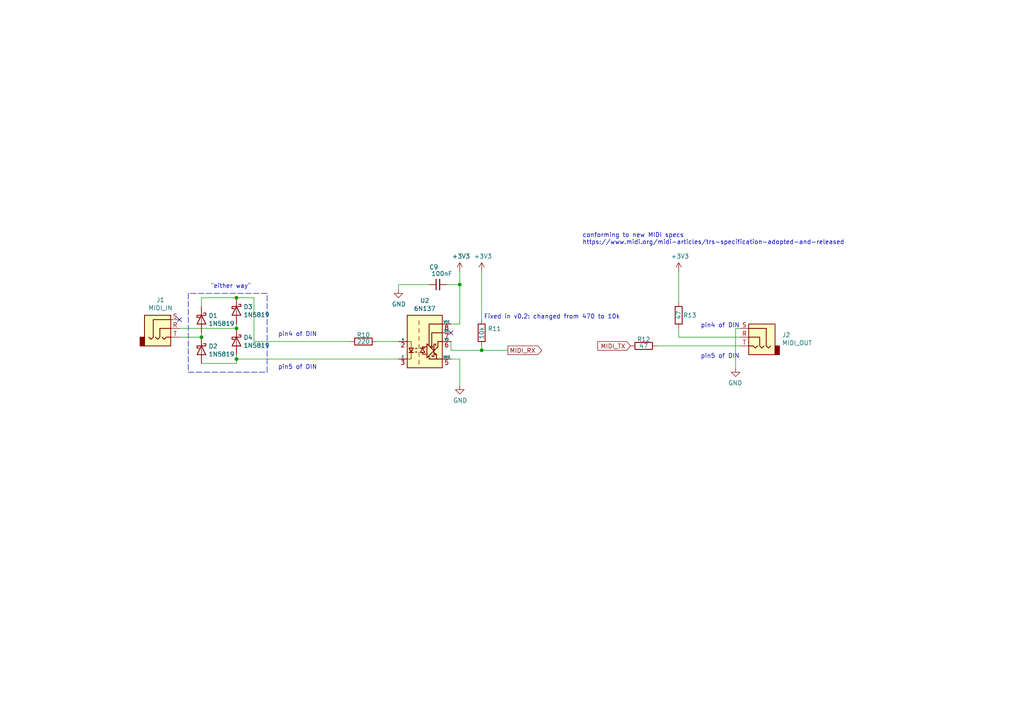
<source format=kicad_sch>
(kicad_sch (version 20211123) (generator eeschema)
  (paper "A4")
  (lib_symbols
    (symbol "Connector:AudioJack3"
      (property "Reference" "J" (at 0 8.89 0))
      (property "Value" "AudioJack3" (at 0 6.35 0))
      (symbol "AudioJack3_0_1"
        (rectangle (start -5.08 -5.08) (end -6.35 -2.54) (stroke (width 0.254)) (fill (type outline)))
        (polyline (pts (xy 0 -2.54) (xy 0.635 -3.175) (xy 1.27 -2.54) (xy 2.54 -2.54)) (stroke (width 0.254)))
        (polyline (pts (xy -1.905 -2.54) (xy -1.27 -3.175) (xy -0.635 -2.54) (xy -0.635 0) (xy 2.54 0)) (stroke (width 0.254)))
        (polyline (pts (xy 2.54 2.54) (xy -2.54 2.54) (xy -2.54 -2.54) (xy -3.175 -3.175) (xy -3.81 -2.54)) (stroke (width 0.254)))
        (rectangle (start 2.54 3.81) (end -5.08 -5.08) (stroke (width 0.254)) (fill (type background)))
      )
      (symbol "AudioJack3_1_1"
        (pin passive line (at 5.08 0 180) (length 2.54) (name "~") (number "R"))
        (pin passive line (at 5.08 2.54 180) (length 2.54) (name "~") (number "S"))
        (pin passive line (at 5.08 -2.54 180) (length 2.54) (name "~") (number "T"))
      )
    )
    (symbol "Device:C_Small" (pin_numbers hide) (pin_names (offset 0.254) hide)
      (property "Reference" "C" (at 0.254 1.778 0))
      (property "Value" "C_Small" (at 0.254 -2.032 0))
      (symbol "C_Small_0_1"
        (polyline (pts (xy -1.524 -0.508) (xy 1.524 -0.508)) (stroke (width 0.3302)))
        (polyline (pts (xy -1.524 0.508) (xy 1.524 0.508)) (stroke (width 0.3048)))
      )
      (symbol "C_Small_1_1"
        (pin passive line (at 0 2.54 270) (length 2.032) (name "~") (number "1"))
        (pin passive line (at 0 -2.54 90) (length 2.032) (name "~") (number "2"))
      )
    )
    (symbol "Device:R" (pin_numbers hide) (pin_names (offset 0))
      (property "Reference" "R" (at 2.032 0 90))
      (property "Value" "R" (at 0 0 90))
      (symbol "R_0_1"
        (rectangle (start -1.016 -2.54) (end 1.016 2.54) (stroke (width 0.254)))
      )
      (symbol "R_1_1"
        (pin passive line (at 0 3.81 270) (length 1.27) (name "~") (number "1"))
        (pin passive line (at 0 -3.81 90) (length 1.27) (name "~") (number "2"))
      )
    )
    (symbol "Diode:1N5819" (pin_numbers hide) (pin_names (offset 1.016) hide)
      (property "Reference" "D" (at 0 2.54 0))
      (property "Value" "1N5819" (at 0 -2.54 0))
      (symbol "1N5819_0_1"
        (polyline (pts (xy 1.27 0) (xy -1.27 0)))
        (polyline (pts (xy 1.27 1.27) (xy 1.27 -1.27) (xy -1.27 0) (xy 1.27 1.27)) (stroke (width 0.254)))
        (polyline (pts (xy -1.905 0.635) (xy -1.905 1.27) (xy -1.27 1.27) (xy -1.27 -1.27) (xy -0.635 -1.27) (xy -0.635 -0.635)) (stroke (width 0.254)))
      )
      (symbol "1N5819_1_1"
        (pin passive line (at -3.81 0 0) (length 2.54) (name "K") (number "1"))
        (pin passive line (at 3.81 0 180) (length 2.54) (name "A") (number "2"))
      )
    )
    (symbol "Isolator:6N137" (pin_names (offset 0))
      (property "Reference" "U" (at -4.064 8.89 0))
      (property "Value" "6N137" (at 0 -8.89 0))
      (symbol "6N137_0_1"
        (polyline (pts (xy 2.667 -3.556) (xy 2.667 -1.651)) (stroke (width 0.254)))
        (polyline (pts (xy 2.667 -2.159) (xy 2.667 -2.921)) (stroke (width 0.254)))
        (polyline (pts (xy 3.429 -3.937) (xy 3.429 -5.08)) (stroke (width 0.254)))
        (polyline (pts (xy -0.635 -3.302) (xy -0.635 -3.683) (xy 0.635 -3.683)) (stroke (width 0.254)))
        (polyline (pts (xy -0.635 -1.905) (xy -0.635 -1.524) (xy 0.508 -1.524)) (stroke (width 0.254)))
        (polyline (pts (xy 1.27 -4.064) (xy 1.27 -5.08) (xy 5.08 -5.08)) (stroke (width 0.254)))
        (polyline (pts (xy 1.27 -1.27) (xy 1.27 5.08) (xy 5.08 5.08)) (stroke (width 0.254)))
        (polyline (pts (xy 2.032 -1.27) (xy 2.032 2.54) (xy 5.08 2.54)) (stroke (width 0.254)))
        (polyline (pts (xy -5.08 -5.08) (xy -3.937 -5.08) (xy -3.937 0) (xy -5.08 0)))
        (polyline (pts (xy 2.667 -3.302) (xy 2.667 -4.318) (xy 2.159 -4.318) (xy 2.159 -3.937)) (stroke (width 0.254)))
        (polyline (pts (xy 2.667 -2.667) (xy 0.635 -4.699) (xy 0.635 -0.635) (xy 2.667 -2.667)) (stroke (width 0.254)))
        (polyline (pts (xy 2.667 -1.778) (xy 2.667 -0.762) (xy 3.175 -0.762) (xy 3.175 -1.143)) (stroke (width 0.254)))
        (polyline (pts (xy 2.794 -2.54) (xy 3.81 -1.524) (xy 3.81 0) (xy 5.08 0)) (stroke (width 0.254)))
        (polyline (pts (xy 2.667 -3.175) (xy 3.429 -3.937) (xy 3.302 -3.556) (xy 3.048 -3.81) (xy 3.429 -3.937)) (stroke (width 0.254)))
        (circle (center 2.032 -1.524) (radius 0.254) (stroke (width 0.254)))
      )
      (symbol "6N137_1_1"
        (rectangle (start -5.08 7.62) (end 5.08 -7.62) (stroke (width 0.254)) (fill (type background)))
        (polyline (pts (xy -4.572 -3.175) (xy -3.302 -3.175)) (stroke (width 0.254)))
        (polyline (pts (xy -1.651 -5.334) (xy -1.651 -6.604)))
        (polyline (pts (xy -1.651 -3.048) (xy -1.651 -4.318)))
        (polyline (pts (xy -1.651 -0.762) (xy -1.651 -2.032)))
        (polyline (pts (xy -1.651 1.524) (xy -1.651 0.254)))
        (polyline (pts (xy -1.651 3.81) (xy -1.651 2.54)))
        (polyline (pts (xy -1.651 6.096) (xy -1.651 4.826)))
        (polyline (pts (xy -1.27 -1.905) (xy 0 -1.905)) (stroke (width 0.254)))
        (polyline (pts (xy -3.937 -3.175) (xy -4.572 -1.905) (xy -3.302 -1.905) (xy -3.937 -3.175)) (stroke (width 0.254)))
        (polyline (pts (xy -0.635 -1.905) (xy -1.27 -3.175) (xy 0 -3.175) (xy -0.635 -1.905)) (stroke (width 0.254)))
        (polyline (pts (xy -2.921 -3.048) (xy -2.159 -3.048) (xy -2.54 -3.175) (xy -2.54 -2.921) (xy -2.159 -3.048)) (stroke (width 0.127)))
        (polyline (pts (xy -2.921 -2.032) (xy -2.159 -2.032) (xy -2.54 -2.159) (xy -2.54 -1.905) (xy -2.159 -2.032)) (stroke (width 0.127)))
        (pin no_connect line (at -5.08 5.08 0) (length 2.54) hide (name "NC") (number "1"))
        (pin passive line (at -7.62 0 0) (length 2.54) (name "A") (number "2"))
        (pin passive line (at -7.62 -5.08 0) (length 2.54) (name "C") (number "3"))
        (pin power_in line (at 7.62 -5.08 180) (length 2.54) (name "GND") (number "5"))
        (pin open_collector line (at 7.62 0 180) (length 2.54) (name "VO") (number "6"))
        (pin input line (at 7.62 2.54 180) (length 2.54) (name "EN") (number "7"))
        (pin power_in line (at 7.62 5.08 180) (length 2.54) (name "VCC") (number "8"))
      )
    )
    (symbol "power:+3.3V" (power) (pin_names (offset 0))
      (property "Value" "+3.3V" (at 0 3.556 0))
      (symbol "+3.3V_0_1"
        (polyline (pts (xy -0.762 1.27) (xy 0 2.54)))
        (polyline (pts (xy 0 0) (xy 0 2.54)))
        (polyline (pts (xy 0 2.54) (xy 0.762 1.27)))
      )
      (symbol "+3.3V_1_1"
        (pin power_in line (at 0 0 90) (length 0) hide (name "+3V3") (number "1"))
      )
    )
    (symbol "power:GND" (power) (pin_names (offset 0))
      (property "Value" "GND" (at 0 -3.81 0))
      (symbol "GND_0_1"
        (polyline (pts (xy 0 0) (xy 0 -1.27) (xy 1.27 -1.27) (xy 0 -2.54) (xy -1.27 -1.27) (xy 0 -1.27)))
      )
      (symbol "GND_1_1"
        (pin power_in line (at 0 0 270) (length 0) hide (name "GND") (number "1"))
      )
    )
  )
  (junction (at 68.58 104.14))
  (junction (at 58.42 97.79))
  (junction (at 133.35 82.55))
  (junction (at 139.7 101.6))
  (junction (at 68.58 86.36))
  (junction (at 68.58 95.25))
  (no_connect (at 52.07 92.71))
  (no_connect (at 130.81 96.52))
  (wire (pts (xy 58.42 97.79) (xy 58.42 96.52)))
  (wire (pts (xy 68.58 104.14) (xy 68.58 102.87)))
  (wire (pts (xy 115.57 82.55) (xy 124.46 82.55)))
  (wire (pts (xy 73.66 86.36) (xy 73.66 99.06)))
  (wire (pts (xy 190.5 100.33) (xy 214.63 100.33)))
  (wire (pts (xy 52.07 97.79) (xy 58.42 97.79)))
  (wire (pts (xy 68.58 104.14) (xy 115.57 104.14)))
  (wire (pts (xy 130.81 101.6) (xy 130.81 99.06)))
  (wire (pts (xy 133.35 104.14) (xy 133.35 111.76)))
  (wire (pts (xy 68.58 95.25) (xy 68.58 93.98)))
  (polyline (pts (xy 77.47 85.09) (xy 54.61 85.09)))
  (wire (pts (xy 213.36 95.25) (xy 214.63 95.25)))
  (wire (pts (xy 139.7 78.74) (xy 139.7 92.71)))
  (wire (pts (xy 109.22 99.06) (xy 115.57 99.06)))
  (wire (pts (xy 130.81 101.6) (xy 139.7 101.6)))
  (wire (pts (xy 133.35 82.55) (xy 129.54 82.55)))
  (polyline (pts (xy 54.61 107.95) (xy 77.47 107.95)))
  (wire (pts (xy 115.57 83.82) (xy 115.57 82.55)))
  (wire (pts (xy 68.58 86.36) (xy 58.42 86.36)))
  (wire (pts (xy 196.85 78.74) (xy 196.85 87.63)))
  (wire (pts (xy 52.07 95.25) (xy 68.58 95.25)))
  (wire (pts (xy 139.7 101.6) (xy 139.7 100.33)))
  (wire (pts (xy 139.7 101.6) (xy 147.32 101.6)))
  (wire (pts (xy 73.66 99.06) (xy 101.6 99.06)))
  (wire (pts (xy 130.81 93.98) (xy 133.35 93.98)))
  (wire (pts (xy 133.35 104.14) (xy 130.81 104.14)))
  (wire (pts (xy 58.42 105.41) (xy 68.58 105.41)))
  (wire (pts (xy 196.85 95.25) (xy 196.85 97.79)))
  (wire (pts (xy 58.42 86.36) (xy 58.42 88.9)))
  (wire (pts (xy 68.58 104.14) (xy 68.58 105.41)))
  (wire (pts (xy 196.85 97.79) (xy 214.63 97.79)))
  (wire (pts (xy 213.36 106.68) (xy 213.36 95.25)))
  (wire (pts (xy 133.35 78.74) (xy 133.35 82.55)))
  (polyline (pts (xy 54.61 85.09) (xy 54.61 107.95)))
  (wire (pts (xy 133.35 82.55) (xy 133.35 93.98)))
  (polyline (pts (xy 77.47 107.95) (xy 77.47 85.09)))
  (wire (pts (xy 68.58 86.36) (xy 73.66 86.36)))
  (text "pin4 of DIN" (at 80.645 97.79 0) (effects (font (size 1.27 1.27)) (justify left bottom)))
  (text "pin5 of DIN" (at 203.2 104.14 0) (effects (font (size 1.27 1.27)) (justify left bottom)))
  (text "\"either way\"" (at 60.96 83.82 0) (effects (font (size 1.27 1.27)) (justify left bottom)))
  (text "conforming to new MIDI specs\nhttps://www.midi.org/midi-articles/trs-specification-adopted-and-released" (at 168.91 71.12 0) (effects (font (size 1.27 1.27)) (justify left bottom)))
  (text "pin4 of DIN" (at 203.2 95.25 0) (effects (font (size 1.27 1.27)) (justify left bottom)))
  (text "Fixed in v0.2: changed from 470 to 10k" (at 140.335 92.71 0) (effects (font (size 1.27 1.27)) (justify left bottom)))
  (text "pin5 of DIN" (at 80.645 107.315 0) (effects (font (size 1.27 1.27)) (justify left bottom)))
  (global_label "MIDI_RX" (shape output) (at 147.32 101.6 0) (property "Intersheet References" "${INTERSHEET_REFS}" (effects hide)))
  (global_label "MIDI_TX" (shape input) (at 182.88 100.33 180) (property "Intersheet References" "${INTERSHEET_REFS}" (effects hide)))
  (symbol (lib_id "Device:C_Small") (at 127 82.55 90) (unit 1)
    (property "Reference" "C9" (at 124.46 77.47 90) (effects (justify right)))
    (property "Value" "100nF" (at 125.095 79.375 90) (effects (justify right)))
    (property "Footprint" "Capacitor_SMD:C_0603_1608Metric" (effects hide))
    (property "LCSC" "C14663" (effects hide))
  )
  (symbol (lib_id "Device:R") (at 105.41 99.06 270) (unit 1)
    (property "Reference" "R10" (at 105.41 97.155 90))
    (property "Value" "220" (at 105.41 99.06 90))
    (property "Footprint" "Resistor_SMD:R_0603_1608Metric" (effects hide))
    (property "LCSC" "C22962" (effects hide))
  )
  (symbol (lib_id "power:GND") (at 133.35 111.76 0) (unit 1)
    (property "Reference" "#PWR018" (effects hide))
    (property "Value" "GND" (at 133.477 116.1542 0))
  )
  (symbol (lib_id "Device:R") (at 139.7 96.52 180) (unit 1)
    (property "Reference" "R11" (at 141.478 95.3516 0) (effects (justify right)))
    (property "Value" "10k" (at 139.7 98.425 90) (effects (justify right)))
    (property "Footprint" "Resistor_SMD:R_0603_1608Metric" (effects hide))
    (property "LCSC" "C23179" (effects hide))
  )
  (symbol (lib_id "power:GND") (at 115.57 83.82 0) (unit 1)
    (property "Reference" "#PWR016" (effects hide))
    (property "Value" "GND" (at 115.697 88.2142 0))
  )
  (symbol (lib_id "Device:R") (at 196.85 91.44 180) (unit 1)
    (property "Reference" "R13" (at 198.12 91.44 0) (effects (justify right)))
    (property "Value" "47" (at 196.85 92.71 90) (effects (justify right)))
    (property "Footprint" "Resistor_SMD:R_0603_1608Metric" (effects hide))
    (property "LCSC" "C23182" (effects hide))
  )
  (symbol (lib_id "Device:R") (at 186.69 100.33 90) (unit 1)
    (property "Reference" "R12" (at 186.69 98.425 90))
    (property "Value" "47" (at 186.69 100.33 90))
    (property "Footprint" "Resistor_SMD:R_0603_1608Metric" (effects hide))
    (property "LCSC" "C23182" (effects hide))
  )
  (symbol (lib_id "Isolator:6N137") (at 123.19 99.06 0) (unit 1)
    (property "Reference" "U2" (at 123.19 87.1982 0))
    (property "Value" "6N137" (at 123.19 89.5096 0))
    (property "Footprint" "Package_DIP:SMDIP-8_W9.53mm" (effects hide))
    (property "Datasheet" "https://docs.broadcom.com/docs/AV02-0940EN" (effects hide))
    (property "LCSC" "C110020" (effects hide))
  )
  (symbol (lib_id "power:GND") (at 213.36 106.68 0) (mirror y) (unit 1)
    (property "Reference" "#PWR021" (effects hide))
    (property "Value" "GND" (at 213.233 111.0742 0))
  )
  (symbol (lib_id "Diode:1N5819") (at 58.42 92.71 270) (unit 1)
    (property "Reference" "D1" (at 60.452 91.5416 90) (effects (justify left)))
    (property "Value" "1N5819" (at 60.452 93.853 90) (effects (justify left)))
    (property "Footprint" "Diode_SMD:D_SOD-123" (effects hide))
    (property "Datasheet" "http://www.vishay.com/docs/88525/1n5817.pdf" (effects hide))
    (property "LCSC" "C191023" (effects hide))
  )
  (symbol (lib_id "Diode:1N5819") (at 58.42 101.6 270) (unit 1)
    (property "Reference" "D2" (at 60.452 100.4316 90) (effects (justify left)))
    (property "Value" "1N5819" (at 60.452 102.743 90) (effects (justify left)))
    (property "Footprint" "Diode_SMD:D_SOD-123" (effects hide))
    (property "Datasheet" "http://www.vishay.com/docs/88525/1n5817.pdf" (effects hide))
    (property "LCSC" "C191023" (effects hide))
  )
  (symbol (lib_id "Diode:1N5819") (at 68.58 90.17 270) (unit 1)
    (property "Reference" "D3" (at 70.612 89.0016 90) (effects (justify left)))
    (property "Value" "1N5819" (at 70.612 91.313 90) (effects (justify left)))
    (property "Footprint" "Diode_SMD:D_SOD-123" (effects hide))
    (property "Datasheet" "http://www.vishay.com/docs/88525/1n5817.pdf" (effects hide))
    (property "LCSC" "C191023" (effects hide))
  )
  (symbol (lib_id "Diode:1N5819") (at 68.58 99.06 270) (unit 1)
    (property "Reference" "D4" (at 70.612 97.8916 90) (effects (justify left)))
    (property "Value" "1N5819" (at 70.612 100.203 90) (effects (justify left)))
    (property "Footprint" "Diode_SMD:D_SOD-123" (effects hide))
    (property "Datasheet" "http://www.vishay.com/docs/88525/1n5817.pdf" (effects hide))
    (property "LCSC" "C191023" (effects hide))
  )
  (symbol (lib_id "Connector:AudioJack3") (at 46.99 95.25 0) (unit 1)
    (property "Reference" "J1" (at 46.5328 86.995 0))
    (property "Value" "MIDI_IN" (at 46.5328 89.3064 0))
    (property "Footprint" "foots:WQP-PJ301M_TRS" (effects hide))
    (property "LCSC" "-" (effects hide))
  )
  (symbol (lib_id "Connector:AudioJack3") (at 219.71 97.79 0) (mirror y) (unit 1)
    (property "Reference" "J2" (at 226.822 97.155 0) (effects (justify right)))
    (property "Value" "MIDI_OUT" (at 226.822 99.4664 0) (effects (justify right)))
    (property "Footprint" "foots:WQP-PJ301M_TRS" (effects hide))
    (property "LCSC" "-" (effects hide))
  )
  (symbol (lib_id "power:+3.3V") (at 133.35 78.74 0) (unit 1)
    (property "Reference" "#PWR017" (effects hide))
    (property "Value" "+3.3V" (at 133.731 74.3458 0))
  )
  (symbol (lib_id "power:+3.3V") (at 139.7 78.74 0) (unit 1)
    (property "Reference" "#PWR019" (effects hide))
    (property "Value" "+3.3V" (at 140.081 74.3458 0))
  )
  (symbol (lib_id "power:+3.3V") (at 196.85 78.74 0) (unit 1)
    (property "Reference" "#PWR020" (effects hide))
    (property "Value" "+3.3V" (at 197.231 74.3458 0))
  )
)
</source>
